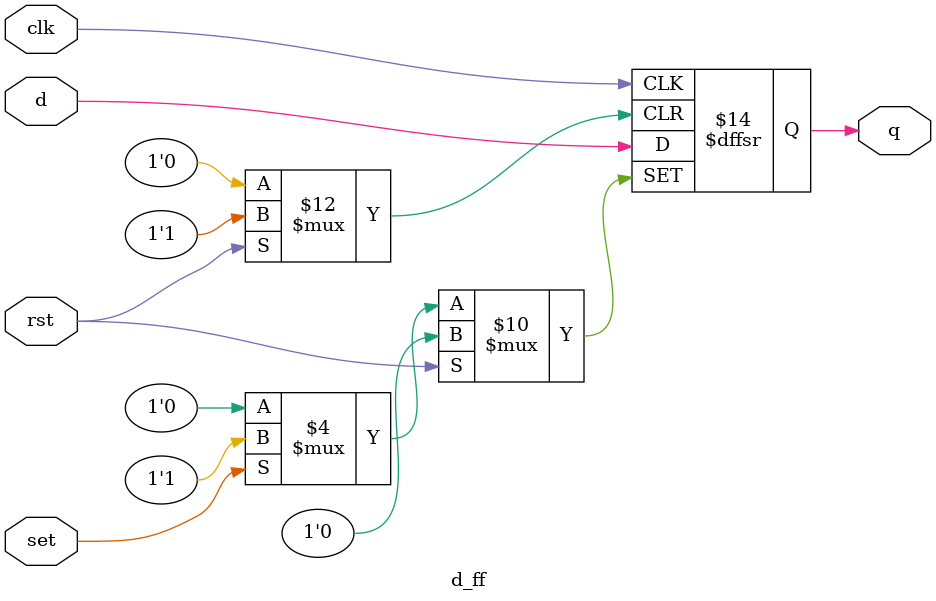
<source format=v>
module d_ff(
    input d , clk , rst , set , 
    output reg q
);

always @(posedge clk  or posedge rst or posedge set )
begin 
    if ( rst )
    begin 
        q <= 0 ;
    end
    else if (set )
    begin 
        q <= 1 ;
    end
    else begin 
        q <= d ;
    end 
end
endmodule
</source>
